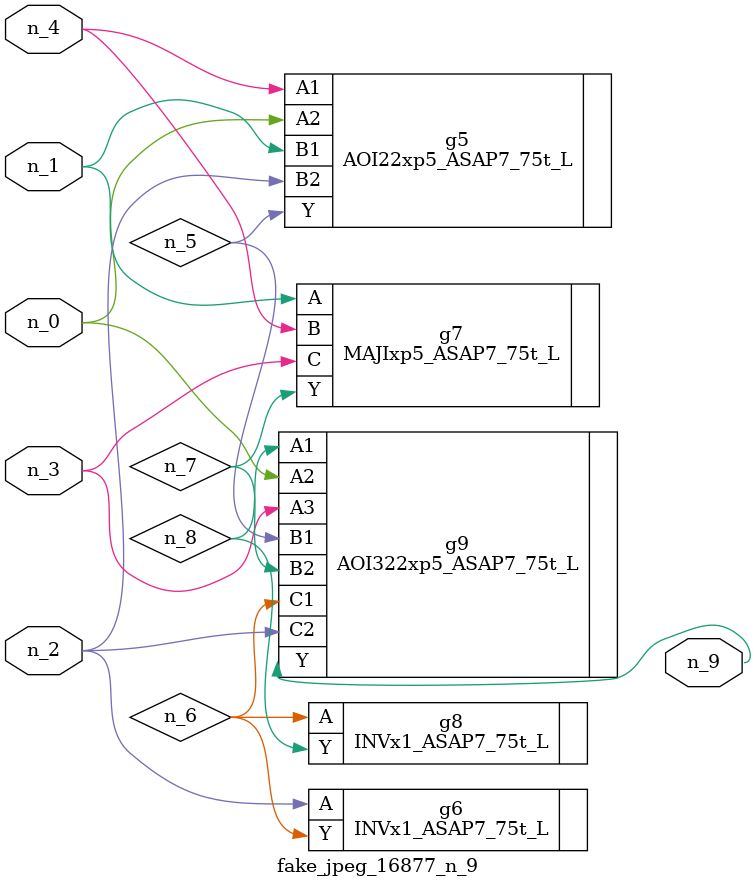
<source format=v>
module fake_jpeg_16877_n_9 (n_3, n_2, n_1, n_0, n_4, n_9);

input n_3;
input n_2;
input n_1;
input n_0;
input n_4;

output n_9;

wire n_8;
wire n_6;
wire n_5;
wire n_7;

AOI22xp5_ASAP7_75t_L g5 ( 
.A1(n_4),
.A2(n_0),
.B1(n_1),
.B2(n_2),
.Y(n_5)
);

INVx1_ASAP7_75t_L g6 ( 
.A(n_2),
.Y(n_6)
);

MAJIxp5_ASAP7_75t_L g7 ( 
.A(n_1),
.B(n_4),
.C(n_3),
.Y(n_7)
);

INVx1_ASAP7_75t_L g8 ( 
.A(n_6),
.Y(n_8)
);

AOI322xp5_ASAP7_75t_L g9 ( 
.A1(n_8),
.A2(n_0),
.A3(n_3),
.B1(n_5),
.B2(n_7),
.C1(n_6),
.C2(n_2),
.Y(n_9)
);


endmodule
</source>
